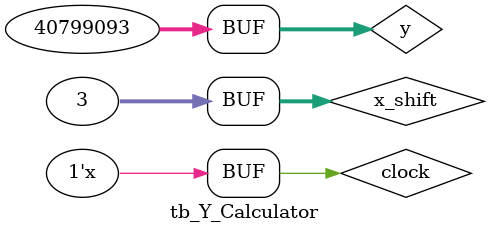
<source format=v>
`include "CONSTANTS.v"

module tb_Y_Calculator();

parameter PERIOD = 5;
parameter DELAY_BETWEEN_TESTS = 10;

reg clock;
reg [31:0] y;
reg [31:0] x_shift;
wire [31:0] y_out;

Y_Calculator yc(.clock(clock), .y(y), .x_shift(x_shift), .y_out(y_out));

initial 
  begin
    clock = 0;
  end

always 
  begin 
    #PERIOD clock = ~clock;
  end

initial
  begin
       y <= 32'b00110000000000000000000000000000;
       x_shift <= 32'b00001010000000000000000000000000;
       #DELAY_BETWEEN_TESTS
       y <= 32'b10100001000000000000000000000000;
       x_shift <= 32'b01001010000000000000000000000101;
       #DELAY_BETWEEN_TESTS
       y <= 32'b00000010011011101000101101110101;
       x_shift <= 32'b00000000000000000000000000000011;
  end

initial
  begin
    $monitor ("@", $time, "ns:   y_out = %b ", y_out);  
  end


endmodule
</source>
